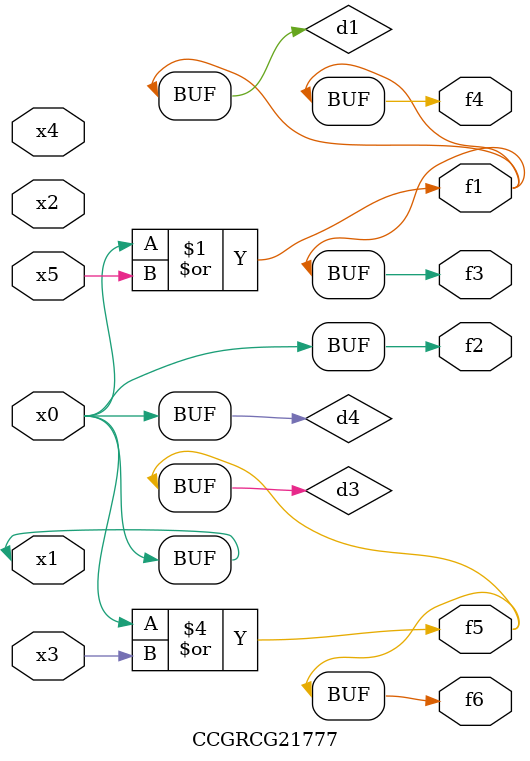
<source format=v>
module CCGRCG21777(
	input x0, x1, x2, x3, x4, x5,
	output f1, f2, f3, f4, f5, f6
);

	wire d1, d2, d3, d4;

	or (d1, x0, x5);
	xnor (d2, x1, x4);
	or (d3, x0, x3);
	buf (d4, x0, x1);
	assign f1 = d1;
	assign f2 = d4;
	assign f3 = d1;
	assign f4 = d1;
	assign f5 = d3;
	assign f6 = d3;
endmodule

</source>
